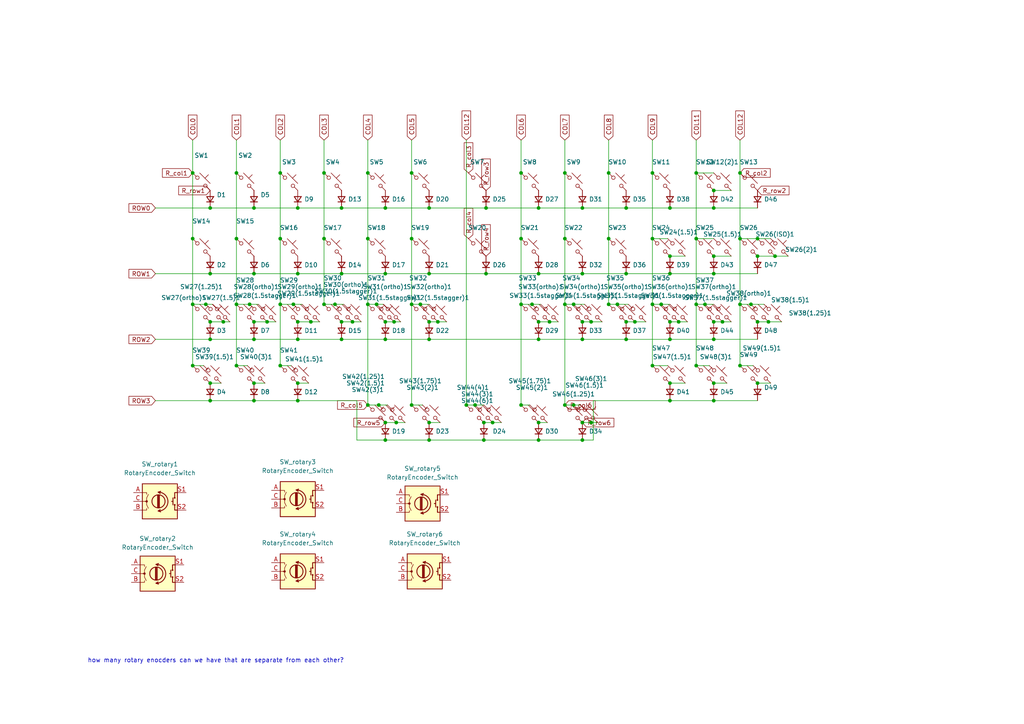
<source format=kicad_sch>
(kicad_sch (version 20211123) (generator eeschema)
  (paper "A4")
  (junction (at 59.69 88.265))
  (junction (at 111.76 60.325))
  (junction (at 156.21 60.325))
  (junction (at 214.63 106.045))
  (junction (at 219.71 74.295))
  (junction (at 168.91 127.635))
  (junction (at 201.93 50.165))
  (junction (at 121.92 88.265))
  (junction (at 194.31 98.425))
  (junction (at 214.63 88.265))
  (junction (at 86.36 60.325))
  (junction (at 119.38 50.165))
  (junction (at 219.71 93.345))
  (junction (at 111.76 98.425))
  (junction (at 106.68 88.265))
  (junction (at 194.31 116.205))
  (junction (at 181.61 60.325))
  (junction (at 207.01 116.205))
  (junction (at 68.58 88.265))
  (junction (at 99.06 93.345))
  (junction (at 214.63 50.165))
  (junction (at 166.37 117.475))
  (junction (at 207.01 60.325))
  (junction (at 73.66 93.345))
  (junction (at 189.23 106.045))
  (junction (at 194.31 93.345))
  (junction (at 181.61 93.345))
  (junction (at 81.28 50.165))
  (junction (at 156.21 98.425))
  (junction (at 86.36 111.125))
  (junction (at 176.53 69.215))
  (junction (at 154.305 88.265))
  (junction (at 207.01 74.295))
  (junction (at 60.96 98.425))
  (junction (at 124.46 122.555))
  (junction (at 124.46 93.345))
  (junction (at 156.21 127.635))
  (junction (at 171.45 122.555))
  (junction (at 73.66 116.205))
  (junction (at 140.97 60.325))
  (junction (at 119.38 117.475))
  (junction (at 194.31 111.125))
  (junction (at 156.21 122.555))
  (junction (at 181.61 79.375))
  (junction (at 64.77 93.345))
  (junction (at 99.06 60.325))
  (junction (at 184.15 93.345))
  (junction (at 151.13 50.165))
  (junction (at 168.91 60.325))
  (junction (at 93.98 69.215))
  (junction (at 73.66 79.375))
  (junction (at 217.805 88.265))
  (junction (at 55.88 50.165))
  (junction (at 181.61 98.425))
  (junction (at 81.28 69.215))
  (junction (at 68.58 69.215))
  (junction (at 163.83 69.215))
  (junction (at 207.01 93.345))
  (junction (at 171.45 93.345))
  (junction (at 207.01 111.125))
  (junction (at 114.3 93.345))
  (junction (at 93.98 50.165))
  (junction (at 214.63 69.215))
  (junction (at 55.88 69.215))
  (junction (at 222.885 93.345))
  (junction (at 151.13 69.215))
  (junction (at 140.335 122.555))
  (junction (at 68.58 106.045))
  (junction (at 176.53 88.265))
  (junction (at 73.66 111.125))
  (junction (at 168.91 93.345))
  (junction (at 124.46 127.635))
  (junction (at 166.37 88.265))
  (junction (at 196.85 93.345))
  (junction (at 207.01 55.245))
  (junction (at 159.385 93.345))
  (junction (at 97.155 88.265))
  (junction (at 124.46 60.325))
  (junction (at 81.28 106.045))
  (junction (at 60.96 111.125))
  (junction (at 111.76 93.345))
  (junction (at 73.66 98.425))
  (junction (at 168.91 79.375))
  (junction (at 86.36 79.375))
  (junction (at 140.335 127.635))
  (junction (at 151.13 88.265))
  (junction (at 189.23 50.165))
  (junction (at 124.46 79.375))
  (junction (at 99.06 98.425))
  (junction (at 90.17 93.345))
  (junction (at 194.31 79.375))
  (junction (at 163.83 117.475))
  (junction (at 114.935 122.555))
  (junction (at 109.855 117.475))
  (junction (at 142.875 122.555))
  (junction (at 102.235 93.345))
  (junction (at 86.36 116.205))
  (junction (at 73.66 60.325))
  (junction (at 72.39 88.265))
  (junction (at 99.06 79.375))
  (junction (at 194.31 74.295))
  (junction (at 111.76 127.635))
  (junction (at 55.88 106.045))
  (junction (at 156.21 79.375))
  (junction (at 219.71 111.125))
  (junction (at 111.76 122.555))
  (junction (at 201.93 88.265))
  (junction (at 106.68 117.475))
  (junction (at 140.97 79.375))
  (junction (at 163.83 88.265))
  (junction (at 207.01 98.425))
  (junction (at 201.93 106.045))
  (junction (at 119.38 69.215))
  (junction (at 219.71 69.215))
  (junction (at 189.23 88.265))
  (junction (at 86.36 93.345))
  (junction (at 119.38 88.265))
  (junction (at 179.07 88.265))
  (junction (at 106.68 50.165))
  (junction (at 194.31 60.325))
  (junction (at 60.96 93.345))
  (junction (at 124.46 98.425))
  (junction (at 209.55 93.345))
  (junction (at 55.88 88.265))
  (junction (at 68.58 50.165))
  (junction (at 189.23 69.215))
  (junction (at 60.96 79.375))
  (junction (at 137.795 117.475))
  (junction (at 204.47 88.265))
  (junction (at 224.79 74.295))
  (junction (at 93.98 88.265))
  (junction (at 163.83 50.165))
  (junction (at 168.91 98.425))
  (junction (at 106.68 69.215))
  (junction (at 191.77 88.265))
  (junction (at 60.96 116.205))
  (junction (at 77.47 93.345))
  (junction (at 85.09 88.265))
  (junction (at 201.93 69.215))
  (junction (at 81.28 88.265))
  (junction (at 168.91 122.555))
  (junction (at 151.13 117.475))
  (junction (at 135.255 117.475))
  (junction (at 111.76 79.375))
  (junction (at 176.53 50.165))
  (junction (at 156.21 93.345))
  (junction (at 127 93.345))
  (junction (at 60.96 60.325))
  (junction (at 207.01 79.375))
  (junction (at 109.22 88.265))
  (junction (at 86.36 98.425))
  (wire (pts (xy 181.61 60.325) (xy 194.31 60.325)))
  (wire (pts (xy 214.63 69.215) (xy 214.63 50.165)))
  (wire (pts (xy 194.31 79.375) (xy 181.61 79.375)))
  (wire (pts (xy 72.39 88.265) (xy 74.93 88.265)))
  (wire (pts (xy 68.58 69.215) (xy 68.58 88.265)))
  (wire (pts (xy 73.66 98.425) (xy 60.96 98.425)))
  (wire (pts (xy 196.85 93.345) (xy 194.31 93.345)))
  (wire (pts (xy 168.275 117.475) (xy 166.37 117.475)))
  (wire (pts (xy 156.845 88.265) (xy 154.305 88.265)))
  (wire (pts (xy 81.28 69.215) (xy 81.28 88.265)))
  (wire (pts (xy 193.675 106.045) (xy 189.23 106.045)))
  (wire (pts (xy 187.325 93.345) (xy 184.15 93.345)))
  (wire (pts (xy 111.125 88.265) (xy 109.22 88.265)))
  (wire (pts (xy 166.37 117.475) (xy 163.83 117.475)))
  (wire (pts (xy 184.15 93.345) (xy 181.61 93.345)))
  (wire (pts (xy 214.63 50.165) (xy 214.63 40.64)))
  (wire (pts (xy 99.695 88.265) (xy 97.155 88.265)))
  (wire (pts (xy 116.205 93.345) (xy 114.3 93.345)))
  (wire (pts (xy 163.83 88.265) (xy 163.83 69.215)))
  (wire (pts (xy 151.13 88.265) (xy 151.13 69.215)))
  (wire (pts (xy 168.91 122.555) (xy 171.45 122.555)))
  (wire (pts (xy 77.47 93.345) (xy 73.66 93.345)))
  (wire (pts (xy 166.37 88.265) (xy 163.83 88.265)))
  (wire (pts (xy 207.01 79.375) (xy 194.31 79.375)))
  (wire (pts (xy 124.46 127.635) (xy 140.335 127.635)))
  (wire (pts (xy 176.53 88.265) (xy 176.53 69.215)))
  (wire (pts (xy 71.755 106.045) (xy 68.58 106.045)))
  (wire (pts (xy 68.58 40.64) (xy 68.58 50.165)))
  (wire (pts (xy 137.795 117.475) (xy 135.255 117.475)))
  (wire (pts (xy 201.93 88.265) (xy 201.93 69.215)))
  (wire (pts (xy 169.545 88.265) (xy 166.37 88.265)))
  (wire (pts (xy 168.91 60.325) (xy 181.61 60.325)))
  (wire (pts (xy 207.01 60.325) (xy 219.71 60.325)))
  (wire (pts (xy 59.055 106.045) (xy 55.88 106.045)))
  (wire (pts (xy 207.01 116.205) (xy 219.71 116.205)))
  (wire (pts (xy 73.66 116.205) (xy 86.36 116.205)))
  (wire (pts (xy 140.335 117.475) (xy 137.795 117.475)))
  (wire (pts (xy 106.68 50.165) (xy 106.68 40.64)))
  (wire (pts (xy 111.76 127.635) (xy 124.46 127.635)))
  (wire (pts (xy 209.55 93.345) (xy 207.01 93.345)))
  (wire (pts (xy 61.595 88.265) (xy 59.69 88.265)))
  (wire (pts (xy 228.6 74.295) (xy 224.79 74.295)))
  (wire (pts (xy 207.01 88.265) (xy 204.47 88.265)))
  (wire (pts (xy 109.855 117.475) (xy 106.68 117.475)))
  (wire (pts (xy 106.68 88.265) (xy 106.68 69.215)))
  (wire (pts (xy 168.91 98.425) (xy 156.21 98.425)))
  (wire (pts (xy 89.535 111.125) (xy 86.36 111.125)))
  (wire (pts (xy 194.31 98.425) (xy 181.61 98.425)))
  (wire (pts (xy 117.475 122.555) (xy 114.935 122.555)))
  (wire (pts (xy 198.755 74.295) (xy 194.31 74.295)))
  (wire (pts (xy 151.13 117.475) (xy 151.13 88.265)))
  (wire (pts (xy 204.47 88.265) (xy 201.93 88.265)))
  (wire (pts (xy 93.98 50.165) (xy 93.98 40.64)))
  (wire (pts (xy 156.21 127.635) (xy 168.91 127.635)))
  (wire (pts (xy 66.675 93.345) (xy 64.77 93.345)))
  (wire (pts (xy 90.17 93.345) (xy 86.36 93.345)))
  (wire (pts (xy 127.635 122.555) (xy 124.46 122.555)))
  (wire (pts (xy 114.3 93.345) (xy 111.76 93.345)))
  (wire (pts (xy 84.455 106.045) (xy 81.28 106.045)))
  (wire (pts (xy 163.83 50.165) (xy 163.83 40.64)))
  (wire (pts (xy 214.63 106.045) (xy 218.44 106.045)))
  (wire (pts (xy 102.235 93.345) (xy 99.06 93.345)))
  (wire (pts (xy 222.885 93.345) (xy 219.71 93.345)))
  (wire (pts (xy 111.76 98.425) (xy 99.06 98.425)))
  (wire (pts (xy 59.69 88.265) (xy 55.88 88.265)))
  (wire (pts (xy 99.06 98.425) (xy 86.36 98.425)))
  (wire (pts (xy 86.36 116.205) (xy 103.505 116.205)))
  (wire (pts (xy 45.085 60.325) (xy 60.96 60.325)))
  (wire (pts (xy 86.36 60.325) (xy 99.06 60.325)))
  (wire (pts (xy 163.83 117.475) (xy 163.83 88.265)))
  (wire (pts (xy 135.255 40.64) (xy 135.255 117.475)))
  (wire (pts (xy 189.23 106.045) (xy 189.23 88.265)))
  (wire (pts (xy 194.31 60.325) (xy 207.01 60.325)))
  (wire (pts (xy 158.75 122.555) (xy 156.21 122.555)))
  (wire (pts (xy 106.68 117.475) (xy 106.68 88.265)))
  (wire (pts (xy 212.09 74.295) (xy 207.01 74.295)))
  (wire (pts (xy 119.38 50.165) (xy 119.38 69.215)))
  (wire (pts (xy 103.505 127.635) (xy 111.76 127.635)))
  (wire (pts (xy 60.96 79.375) (xy 45.085 79.375)))
  (wire (pts (xy 226.695 93.345) (xy 222.885 93.345)))
  (wire (pts (xy 64.135 111.125) (xy 60.96 111.125)))
  (wire (pts (xy 140.97 60.325) (xy 156.21 60.325)))
  (wire (pts (xy 64.77 93.345) (xy 60.96 93.345)))
  (wire (pts (xy 93.98 88.265) (xy 93.98 69.215)))
  (wire (pts (xy 151.13 69.215) (xy 151.13 50.165)))
  (wire (pts (xy 223.52 111.125) (xy 219.71 111.125)))
  (wire (pts (xy 189.23 50.165) (xy 189.23 40.64)))
  (wire (pts (xy 122.555 117.475) (xy 119.38 117.475)))
  (wire (pts (xy 55.88 88.265) (xy 55.88 106.045)))
  (wire (pts (xy 111.76 60.325) (xy 124.46 60.325)))
  (wire (pts (xy 207.01 50.165) (xy 201.93 50.165)))
  (wire (pts (xy 111.76 79.375) (xy 99.06 79.375)))
  (wire (pts (xy 181.61 98.425) (xy 168.91 98.425)))
  (wire (pts (xy 77.47 93.345) (xy 80.01 93.345)))
  (wire (pts (xy 97.155 88.265) (xy 93.98 88.265)))
  (wire (pts (xy 114.935 122.555) (xy 111.76 122.555)))
  (wire (pts (xy 86.36 98.425) (xy 73.66 98.425)))
  (wire (pts (xy 145.415 122.555) (xy 142.875 122.555)))
  (wire (pts (xy 124.46 60.325) (xy 140.97 60.325)))
  (wire (pts (xy 189.23 88.265) (xy 189.23 69.215)))
  (wire (pts (xy 176.53 50.165) (xy 176.53 40.64)))
  (wire (pts (xy 223.52 69.215) (xy 219.71 69.215)))
  (wire (pts (xy 129.54 93.345) (xy 127 93.345)))
  (wire (pts (xy 199.39 93.345) (xy 196.85 93.345)))
  (wire (pts (xy 81.28 40.64) (xy 81.28 50.165)))
  (wire (pts (xy 154.305 88.265) (xy 151.13 88.265)))
  (wire (pts (xy 179.07 88.265) (xy 176.53 88.265)))
  (wire (pts (xy 60.96 60.325) (xy 73.66 60.325)))
  (wire (pts (xy 194.31 88.265) (xy 191.77 88.265)))
  (wire (pts (xy 92.71 93.345) (xy 90.17 93.345)))
  (wire (pts (xy 99.06 60.325) (xy 111.76 60.325)))
  (wire (pts (xy 194.31 116.205) (xy 172.085 116.205)))
  (wire (pts (xy 176.53 69.215) (xy 176.53 50.165)))
  (wire (pts (xy 219.71 69.215) (xy 214.63 69.215)))
  (wire (pts (xy 124.46 98.425) (xy 111.76 98.425)))
  (wire (pts (xy 60.96 116.205) (xy 73.66 116.205)))
  (wire (pts (xy 212.09 55.245) (xy 207.01 55.245)))
  (wire (pts (xy 168.91 79.375) (xy 156.21 79.375)))
  (wire (pts (xy 193.675 69.215) (xy 189.23 69.215)))
  (wire (pts (xy 201.93 50.165) (xy 201.93 40.64)))
  (wire (pts (xy 45.085 116.205) (xy 60.96 116.205)))
  (wire (pts (xy 87.63 88.265) (xy 85.09 88.265)))
  (wire (pts (xy 127 93.345) (xy 124.46 93.345)))
  (wire (pts (xy 161.925 93.345) (xy 159.385 93.345)))
  (wire (pts (xy 153.67 117.475) (xy 151.13 117.475)))
  (wire (pts (xy 151.13 50.165) (xy 151.13 40.64)))
  (wire (pts (xy 172.085 116.205) (xy 172.085 127.635)))
  (wire (pts (xy 156.21 60.325) (xy 168.91 60.325)))
  (wire (pts (xy 109.22 88.265) (xy 106.68 88.265)))
  (wire (pts (xy 121.92 88.265) (xy 119.38 88.265)))
  (wire (pts (xy 140.97 79.375) (xy 124.46 79.375)))
  (wire (pts (xy 174.625 93.345) (xy 171.45 93.345)))
  (wire (pts (xy 72.39 88.265) (xy 68.58 88.265)))
  (wire (pts (xy 85.09 88.265) (xy 81.28 88.265)))
  (wire (pts (xy 68.58 88.265) (xy 68.58 106.045)))
  (wire (pts (xy 198.755 111.125) (xy 194.31 111.125)))
  (wire (pts (xy 207.01 69.215) (xy 201.93 69.215)))
  (wire (pts (xy 60.96 98.425) (xy 45.085 98.425)))
  (wire (pts (xy 124.46 79.375) (xy 111.76 79.375)))
  (wire (pts (xy 81.28 50.165) (xy 81.28 69.215)))
  (wire (pts (xy 73.66 60.325) (xy 86.36 60.325)))
  (wire (pts (xy 181.61 79.375) (xy 168.91 79.375)))
  (wire (pts (xy 171.45 122.555) (xy 173.355 122.555)))
  (wire (pts (xy 201.93 106.045) (xy 201.93 88.265)))
  (wire (pts (xy 191.77 88.265) (xy 189.23 88.265)))
  (wire (pts (xy 119.38 69.215) (xy 119.38 88.265)))
  (wire (pts (xy 201.93 69.215) (xy 201.93 50.165)))
  (wire (pts (xy 172.085 127.635) (xy 168.91 127.635)))
  (wire (pts (xy 55.88 69.215) (xy 55.88 88.265)))
  (wire (pts (xy 210.82 111.125) (xy 207.01 111.125)))
  (wire (pts (xy 217.805 88.265) (xy 214.63 88.265)))
  (wire (pts (xy 106.68 69.215) (xy 106.68 50.165)))
  (wire (pts (xy 68.58 50.165) (xy 68.58 69.215)))
  (wire (pts (xy 219.71 79.375) (xy 207.01 79.375)))
  (wire (pts (xy 112.395 117.475) (xy 109.855 117.475)))
  (wire (pts (xy 194.31 116.205) (xy 207.01 116.205)))
  (wire (pts (xy 182.245 88.265) (xy 179.07 88.265)))
  (wire (pts (xy 159.385 93.345) (xy 156.21 93.345)))
  (wire (pts (xy 171.45 93.345) (xy 168.91 93.345)))
  (wire (pts (xy 142.875 122.555) (xy 140.335 122.555)))
  (wire (pts (xy 224.79 74.295) (xy 219.71 74.295)))
  (wire (pts (xy 212.09 93.345) (xy 209.55 93.345)))
  (wire (pts (xy 73.66 79.375) (xy 60.96 79.375)))
  (wire (pts (xy 99.06 79.375) (xy 86.36 79.375)))
  (wire (pts (xy 103.505 116.205) (xy 103.505 127.635)))
  (wire (pts (xy 207.01 98.425) (xy 194.31 98.425)))
  (wire (pts (xy 214.63 88.265) (xy 214.63 69.215)))
  (wire (pts (xy 76.835 111.125) (xy 73.66 111.125)))
  (wire (pts (xy 156.21 98.425) (xy 124.46 98.425)))
  (wire (pts (xy 93.98 69.215) (xy 93.98 50.165)))
  (wire (pts (xy 214.63 106.045) (xy 214.63 88.265)))
  (wire (pts (xy 81.28 88.265) (xy 81.28 106.045)))
  (wire (pts (xy 86.36 79.375) (xy 73.66 79.375)))
  (wire (pts (xy 104.775 93.345) (xy 102.235 93.345)))
  (wire (pts (xy 221.615 88.265) (xy 217.805 88.265)))
  (wire (pts (xy 163.83 69.215) (xy 163.83 50.165)))
  (wire (pts (xy 124.46 88.265) (xy 121.92 88.265)))
  (wire (pts (xy 219.71 98.425) (xy 207.01 98.425)))
  (wire (pts (xy 189.23 69.215) (xy 189.23 50.165)))
  (wire (pts (xy 156.21 79.375) (xy 140.97 79.375)))
  (wire (pts (xy 55.88 40.64) (xy 55.88 50.165)))
  (wire (pts (xy 119.38 88.265) (xy 119.38 117.475)))
  (wire (pts (xy 55.88 50.165) (xy 55.88 69.215)))
  (wire (pts (xy 140.335 127.635) (xy 156.21 127.635)))
  (wire (pts (xy 205.74 106.045) (xy 201.93 106.045)))
  (wire (pts (xy 119.38 40.64) (xy 119.38 50.165)))
  (text "how many rotary enocders can we have that are separate from each other?\n" (at 25.4 192.405 0) (effects (font (size 1.27 1.27)) (justify left bottom)))
  (global_label "COL12" (shape input) (at 214.63 40.64 90) (property "Intersheet References" "${INTERSHEET_REFS}" (effects hide)))
  (global_label "COL11" (shape input) (at 201.93 40.64 90) (property "Intersheet References" "${INTERSHEET_REFS}" (effects hide)))
  (global_label "R_row1" (shape input) (at 60.96 55.245 180) (property "Intersheet References" "${INTERSHEET_REFS}" (effects hide)))
  (global_label "R_col4" (shape input) (at 135.89 69.215 90) (property "Intersheet References" "${INTERSHEET_REFS}" (effects hide)))
  (global_label "COL4" (shape input) (at 106.68 40.64 90) (property "Intersheet References" "${INTERSHEET_REFS}" (effects hide)))
  (global_label "COL2" (shape input) (at 81.28 40.64 90) (property "Intersheet References" "${INTERSHEET_REFS}" (effects hide)))
  (global_label "COL8" (shape input) (at 176.53 40.64 90) (property "Intersheet References" "${INTERSHEET_REFS}" (effects hide)))
  (global_label "COL9" (shape input) (at 189.23 40.64 90) (property "Intersheet References" "${INTERSHEET_REFS}" (effects hide)))
  (global_label "COL7" (shape input) (at 163.83 40.64 90) (property "Intersheet References" "${INTERSHEET_REFS}" (effects hide)))
  (global_label "R_col2" (shape input) (at 214.63 50.165 0) (property "Intersheet References" "${INTERSHEET_REFS}" (effects hide)))
  (global_label "COL5" (shape input) (at 119.38 40.64 90) (property "Intersheet References" "${INTERSHEET_REFS}" (effects hide)))
  (global_label "COL12" (shape input) (at 135.255 40.64 90) (property "Intersheet References" "${INTERSHEET_REFS}" (effects hide)))
  (global_label "R_row5" (shape input) (at 111.76 122.555 180) (property "Intersheet References" "${INTERSHEET_REFS}" (effects hide)))
  (global_label "COL1" (shape input) (at 68.58 40.64 90) (property "Intersheet References" "${INTERSHEET_REFS}" (effects hide)))
  (global_label "R_row3" (shape input) (at 140.97 55.245 90) (property "Intersheet References" "${INTERSHEET_REFS}" (effects hide)))
  (global_label "ROW2" (shape input) (at 45.085 98.425 180) (property "Intersheet References" "${INTERSHEET_REFS}" (effects hide)))
  (global_label "COL0" (shape input) (at 55.88 40.64 90) (property "Intersheet References" "${INTERSHEET_REFS}" (effects hide)))
  (global_label "R_row4" (shape input) (at 140.97 74.295 90) (property "Intersheet References" "${INTERSHEET_REFS}" (effects hide)))
  (global_label "COL3" (shape input) (at 93.98 40.64 90) (property "Intersheet References" "${INTERSHEET_REFS}" (effects hide)))
  (global_label "R_col1" (shape input) (at 55.88 50.165 180) (property "Intersheet References" "${INTERSHEET_REFS}" (effects hide)))
  (global_label "COL6" (shape input) (at 151.13 40.64 90) (property "Intersheet References" "${INTERSHEET_REFS}" (effects hide)))
  (global_label "R_row6" (shape input) (at 168.91 122.555 0) (property "Intersheet References" "${INTERSHEET_REFS}" (effects hide)))
  (global_label "ROW0" (shape input) (at 45.085 60.325 180) (property "Intersheet References" "${INTERSHEET_REFS}" (effects hide)))
  (global_label "R_col5" (shape input) (at 106.68 117.475 180) (property "Intersheet References" "${INTERSHEET_REFS}" (effects hide)))
  (global_label "R_col3" (shape input) (at 135.89 50.165 90) (property "Intersheet References" "${INTERSHEET_REFS}" (effects hide)))
  (global_label "ROW3" (shape input) (at 45.085 116.205 180) (property "Intersheet References" "${INTERSHEET_REFS}" (effects hide)))
  (global_label "ROW1" (shape input) (at 45.085 79.375 180) (property "Intersheet References" "${INTERSHEET_REFS}" (effects hide)))
  (global_label "R_row2" (shape input) (at 219.71 55.245 0) (property "Intersheet References" "${INTERSHEET_REFS}" (effects hide)))
  (global_label "R_col6" (shape input) (at 163.83 117.475 0) (property "Intersheet References" "${INTERSHEET_REFS}" (effects hide)))
  (symbol (lib_id "Device:D_Small") (at 156.21 95.885 90) (unit 1)
    (property "Reference" "D29" (at 158.115 95.8849 90) (effects (justify right)))
    (property "Value" "D_Small" (effects hide))
    (property "Footprint" "Diode_SMD:D_SOD-123F" (effects hide))
  )
  (symbol (lib_id "Device:D_Small") (at 181.61 57.785 90) (unit 1)
    (property "Reference" "D35" (at 183.515 57.7849 90) (effects (justify right)))
    (property "Value" "D_Small" (effects hide))
    (property "Footprint" "Diode_SMD:D_SOD-123F" (effects hide))
  )
  (symbol (lib_id "Switch:SW_Push_45deg") (at 179.07 71.755 0) (unit 1)
    (property "Reference" "SW23" (at 179.07 66.04 0))
    (property "Value" "SW_Push_45deg" (effects hide))
    (property "Footprint" "MX_Only:MXOnly-1U-NoLED" (effects hide))
  )
  (symbol (lib_name "SW_Push_45deg_1") (lib_id "Switch:SW_Push_45deg") (at 196.215 108.585 0) (unit 1)
    (property "Reference" "SW47(1.5)1" (at 194.945 103.505 0))
    (property "Value" "SW_Push_45deg" (effects hide))
    (property "Footprint" "MX_Only:MXOnly-1.5U-NoLED" (effects hide))
  )
  (symbol (lib_id "Switch:SW_Push_45deg") (at 196.215 71.755 0) (unit 1)
    (property "Reference" "SW24(1.5)1" (at 196.85 67.31 0))
    (property "Value" "SW_Push_45deg" (effects hide))
    (property "Footprint" "MX_Only:MXOnly-1.5U-NoLED" (effects hide))
  )
  (symbol (lib_id "Switch:SW_Push_45deg") (at 125.095 120.015 0) (unit 1)
    (property "Reference" "SW43(2)1" (at 122.555 112.395 0))
    (property "Value" "SW_Push_45deg" (effects hide))
    (property "Footprint" "MX_Only:MXOnly-2U-ReversedStabilizers-NoLED" (effects hide))
  )
  (symbol (lib_id "Switch:SW_Push_45deg") (at 109.22 90.805 0) (unit 1)
    (property "Reference" "SW31" (at 109.22 80.645 0))
    (property "Value" "SW_Push_45deg" (effects hide))
    (property "Footprint" "MX_Only:MXOnly-1U-NoLED" (effects hide))
  )
  (symbol (lib_id "Switch:SW_Push_45deg") (at 217.17 108.585 0) (unit 1)
    (property "Reference" "SW49" (at 217.17 102.87 0))
    (property "Value" "SW_Push_45deg" (effects hide))
    (property "Footprint" "MX_Only:MXOnly-1U-NoLED" (effects hide))
  )
  (symbol (lib_name "SW_Push_45deg_1") (lib_id "Switch:SW_Push_45deg") (at 61.595 108.585 0) (unit 1)
    (property "Reference" "SW39(1.5)1" (at 62.23 103.505 0))
    (property "Value" "SW_Push_45deg" (effects hide))
    (property "Footprint" "MX_Only:MXOnly-1.5U-NoLED" (effects hide))
  )
  (symbol (lib_id "Device:D_Small") (at 73.66 113.665 90) (unit 1)
    (property "Reference" "D8" (at 75.565 113.6649 90) (effects (justify right)))
    (property "Value" "D_Small" (effects hide))
    (property "Footprint" "Diode_SMD:D_SOD-123F" (effects hide))
  )
  (symbol (lib_id "Switch:SW_Push_45deg") (at 153.67 90.805 0) (unit 1)
    (property "Reference" "SW33" (at 153.035 80.645 0))
    (property "Value" "SW_Push_45deg" (effects hide))
    (property "Footprint" "MX_Only:MXOnly-1U-NoLED" (effects hide))
  )
  (symbol (lib_name "SW_Push_45deg_2") (lib_id "Switch:SW_Push_45deg") (at 113.665 90.805 0) (unit 1)
    (property "Reference" "SW31(1.5stagger)1" (at 113.03 86.36 0))
    (property "Value" "SW_Push_45deg" (effects hide))
    (property "Footprint" "MX_Only:MXOnly-1U-NoLED" (effects hide))
  )
  (symbol (lib_id "Device:D_Small") (at 124.46 57.785 90) (unit 1)
    (property "Reference" "D20" (at 126.365 57.7849 90) (effects (justify right)))
    (property "Value" "D_Small" (effects hide))
    (property "Footprint" "Diode_SMD:D_SOD-123F" (effects hide))
  )
  (symbol (lib_id "Device:D_Small") (at 194.31 76.835 90) (unit 1)
    (property "Reference" "D39" (at 196.215 76.8349 90) (effects (justify right)))
    (property "Value" "D_Small" (effects hide))
    (property "Footprint" "Diode_SMD:D_SOD-123F" (effects hide))
  )
  (symbol (lib_id "Device:D_Small") (at 181.61 95.885 90) (unit 1)
    (property "Reference" "D37" (at 183.515 95.8849 90) (effects (justify right)))
    (property "Value" "D_Small" (effects hide))
    (property "Footprint" "Diode_SMD:D_SOD-123F" (effects hide))
  )
  (symbol (lib_id "Switch:SW_Push_45deg") (at 209.55 52.705 0) (unit 1)
    (property "Reference" "SW12(2)1" (at 209.55 46.99 0))
    (property "Value" "SW_Push_45deg" (effects hide))
    (property "Footprint" "MX_Only:MXOnly-2U-NoLED" (effects hide))
  )
  (symbol (lib_id "Device:D_Small") (at 156.21 57.785 90) (unit 1)
    (property "Reference" "D27" (at 158.115 57.7849 90) (effects (justify right)))
    (property "Value" "D_Small" (effects hide))
    (property "Footprint" "Diode_SMD:D_SOD-123F" (effects hide))
  )
  (symbol (lib_id "Device:D_Small") (at 168.91 76.835 90) (unit 1)
    (property "Reference" "D32" (at 170.815 76.8349 90) (effects (justify right)))
    (property "Value" "D_Small" (effects hide))
    (property "Footprint" "Diode_SMD:D_SOD-123F" (effects hide))
  )
  (symbol (lib_id "Device:D_Small") (at 168.91 125.095 90) (unit 1)
    (property "Reference" "D34" (at 170.815 125.0949 90) (effects (justify right)))
    (property "Value" "D_Small" (effects hide))
    (property "Footprint" "Diode_SMD:D_SOD-123F" (effects hide))
  )
  (symbol (lib_id "Switch:SW_Push_45deg") (at 166.37 120.015 0) (unit 1)
    (property "Reference" "SW46(1.25)1" (at 166.37 114.3 0))
    (property "Value" "SW_Push_45deg" (effects hide))
    (property "Footprint" "MX_Only:MXOnly-1.25U-NoLED" (effects hide))
  )
  (symbol (lib_id "Device:D_Small") (at 73.66 76.835 90) (unit 1)
    (property "Reference" "D6" (at 75.565 76.8349 90) (effects (justify right)))
    (property "Value" "D_Small" (effects hide))
    (property "Footprint" "Diode_SMD:D_SOD-123F" (effects hide))
  )
  (symbol (lib_id "Switch:SW_Push_45deg") (at 121.92 52.705 0) (unit 1)
    (property "Reference" "SW6" (at 121.92 46.99 0))
    (property "Value" "SW_Push_45deg" (effects hide))
    (property "Footprint" "MX_Only:MXOnly-1U-NoLED" (effects hide))
  )
  (symbol (lib_name "SW_Push_45deg_2") (lib_id "Switch:SW_Push_45deg") (at 71.12 90.805 0) (unit 1)
    (property "Reference" "SW28" (at 71.12 81.28 0))
    (property "Value" "SW_Push_45deg" (effects hide))
    (property "Footprint" "MX_Only:MXOnly-1U-NoLED" (effects hide))
  )
  (symbol (lib_id "Switch:SW_Push_45deg") (at 83.82 108.585 0) (unit 1)
    (property "Reference" "SW41" (at 83.82 101.6 0))
    (property "Value" "SW_Push_45deg" (effects hide))
    (property "Footprint" "MX_Only:MXOnly-1U-NoLED" (effects hide))
  )
  (symbol (lib_name "SW_Push_45deg_1") (lib_id "Switch:SW_Push_45deg") (at 208.28 108.585 0) (unit 1)
    (property "Reference" "SW48(3)1" (at 207.645 103.505 0))
    (property "Value" "SW_Push_45deg" (effects hide))
    (property "Footprint" "MX_Only:MXOnly-3U-ReversedStabilizers-NoLED" (effects hide))
  )
  (symbol (lib_name "SW_Push_45deg_1") (lib_id "Switch:SW_Push_45deg") (at 62.23 90.805 0) (unit 1)
    (property "Reference" "SW27(1.25)1" (at 58.42 83.185 0))
    (property "Value" "SW_Push_45deg" (effects hide))
    (property "Footprint" "MX_Only:MXOnly-1.25U-NoLED" (effects hide))
  )
  (symbol (lib_id "Switch:SW_Push_45deg") (at 153.67 71.755 0) (unit 1)
    (property "Reference" "SW21" (at 153.67 66.04 0))
    (property "Value" "SW_Push_45deg" (effects hide))
    (property "Footprint" "MX_Only:MXOnly-1U-NoLED" (effects hide))
  )
  (symbol (lib_id "Device:D_Small") (at 207.01 113.665 90) (unit 1)
    (property "Reference" "D45" (at 208.915 113.6649 90) (effects (justify right)))
    (property "Value" "D_Small" (effects hide))
    (property "Footprint" "Diode_SMD:D_SOD-123F" (effects hide))
  )
  (symbol (lib_id "Device:D_Small") (at 86.36 76.835 90) (unit 1)
    (property "Reference" "D10" (at 88.265 76.8349 90) (effects (justify right)))
    (property "Value" "D_Small" (effects hide))
    (property "Footprint" "Diode_SMD:D_SOD-123F" (effects hide))
  )
  (symbol (lib_name "SW_Push_45deg_1") (lib_id "Switch:SW_Push_45deg") (at 58.42 90.805 0) (unit 1)
    (property "Reference" "SW27(ortho)1" (at 53.34 86.36 0))
    (property "Value" "SW_Push_45deg" (effects hide))
    (property "Footprint" "MX_Only:MXOnly-1U-NoLED" (effects hide))
  )
  (symbol (lib_id "Switch:SW_Push_45deg") (at 138.43 52.705 0) (unit 1)
    (property "Reference" "SW7" (at 138.43 46.99 0))
    (property "Value" "SW_Push_45deg" (effects hide))
    (property "Footprint" "MX_Only:MXOnly-1U-NoLED" (effects hide))
  )
  (symbol (lib_name "SW_Push_45deg_2") (lib_id "Switch:SW_Push_45deg") (at 209.55 90.805 0) (unit 1)
    (property "Reference" "SW37(1.5stagger)1" (at 207.645 86.36 0))
    (property "Value" "SW_Push_45deg" (effects hide))
    (property "Footprint" "MX_Only:MXOnly-1U-NoLED" (effects hide))
  )
  (symbol (lib_id "Switch:SW_Push_45deg") (at 220.345 90.805 0) (unit 1)
    (property "Reference" "SW38(1.5)1" (at 229.235 86.995 0))
    (property "Value" "SW_Push_45deg" (effects hide))
    (property "Footprint" "MX_Only:MXOnly-1.5U-NoLED" (effects hide))
  )
  (symbol (lib_id "Device:D_Small") (at 99.06 76.835 90) (unit 1)
    (property "Reference" "D14" (at 100.965 76.8349 90) (effects (justify right)))
    (property "Value" "D_Small" (effects hide))
    (property "Footprint" "Diode_SMD:D_SOD-123F" (effects hide))
  )
  (symbol (lib_id "Device:D_Small") (at 60.96 57.785 90) (unit 1)
    (property "Reference" "D1" (at 62.865 56.5149 90) (effects (justify right)))
    (property "Value" "D_Small" (effects hide))
    (property "Footprint" "Diode_SMD:D_SOD-123F" (effects hide))
  )
  (symbol (lib_name "SW_Push_45deg_2") (lib_id "Switch:SW_Push_45deg") (at 71.12 71.755 0) (unit 1)
    (property "Reference" "SW15" (at 71.12 64.135 0))
    (property "Value" "SW_Push_45deg" (effects hide))
    (property "Footprint" "MX_Only:MXOnly-1U-NoLED" (effects hide))
  )
  (symbol (lib_id "Switch:SW_Push_45deg") (at 121.92 71.755 0) (unit 1)
    (property "Reference" "SW19" (at 121.92 66.04 0))
    (property "Value" "SW_Push_45deg" (effects hide))
    (property "Footprint" "MX_Only:MXOnly-1U-NoLED" (effects hide))
  )
  (symbol (lib_id "Device:D_Small") (at 111.76 76.835 90) (unit 1)
    (property "Reference" "D17" (at 113.665 76.8349 90) (effects (justify right)))
    (property "Value" "D_Small" (effects hide))
    (property "Footprint" "Diode_SMD:D_SOD-123F" (effects hide))
  )
  (symbol (lib_name "SW_Push_45deg_2") (lib_id "Switch:SW_Push_45deg") (at 127 90.805 0) (unit 1)
    (property "Reference" "SW32(1.5stagger)1" (at 127 86.36 0))
    (property "Value" "SW_Push_45deg" (effects hide))
    (property "Footprint" "MX_Only:MXOnly-1U-NoLED" (effects hide))
  )
  (symbol (lib_id "Device:D_Small") (at 124.46 125.095 90) (unit 1)
    (property "Reference" "D23" (at 126.365 125.0949 90) (effects (justify right)))
    (property "Value" "D_Small" (effects hide))
    (property "Footprint" "Diode_SMD:D_SOD-123F" (effects hide))
  )
  (symbol (lib_id "Device:D_Small") (at 86.36 95.885 90) (unit 1)
    (property "Reference" "D11" (at 88.265 95.8849 90) (effects (justify right)))
    (property "Value" "D_Small" (effects hide))
    (property "Footprint" "Diode_SMD:D_SOD-123F" (effects hide))
  )
  (symbol (lib_id "Switch:SW_Push_45deg") (at 114.935 120.015 0) (unit 1)
    (property "Reference" "SW42(3)1" (at 106.68 113.03 0))
    (property "Value" "SW_Push_45deg" (effects hide))
    (property "Footprint" "MX_Only:MXOnly-3U-ReversedStabilizers-NoLED" (effects hide))
  )
  (symbol (lib_id "Switch:SW_Push_45deg") (at 217.17 71.755 0) (unit 1)
    (property "Reference" "SW26" (at 217.17 66.04 0))
    (property "Value" "SW_Push_45deg" (effects hide))
    (property "Footprint" "MX_Only:MXOnly-1U-NoLED" (effects hide))
  )
  (symbol (lib_id "Switch:SW_Push_45deg") (at 109.22 71.755 0) (unit 1)
    (property "Reference" "SW18" (at 109.22 66.04 0))
    (property "Value" "SW_Push_45deg" (effects hide))
    (property "Footprint" "MX_Only:MXOnly-1U-NoLED" (effects hide))
  )
  (symbol (lib_id "Device:D_Small") (at 156.21 125.095 90) (unit 1)
    (property "Reference" "D30" (at 158.115 125.0949 90) (effects (justify right)))
    (property "Value" "D_Small" (effects hide))
    (property "Footprint" "Diode_SMD:D_SOD-123F" (effects hide))
  )
  (symbol (lib_id "Switch:SW_Push_45deg") (at 153.67 52.705 0) (unit 1)
    (property "Reference" "SW8" (at 153.67 46.99 0))
    (property "Value" "SW_Push_45deg" (effects hide))
    (property "Footprint" "MX_Only:MXOnly-1U-NoLED" (effects hide))
  )
  (symbol (lib_id "Switch:SW_Push_45deg") (at 83.82 90.805 0) (unit 1)
    (property "Reference" "SW29" (at 83.82 81.28 0))
    (property "Value" "SW_Push_45deg" (effects hide))
    (property "Footprint" "MX_Only:MXOnly-1U-NoLED" (effects hide))
  )
  (symbol (lib_name "SW_Push_45deg_2") (lib_id "Switch:SW_Push_45deg") (at 204.47 108.585 0) (unit 1)
    (property "Reference" "SW48" (at 204.47 100.965 0))
    (property "Value" "SW_Push_45deg" (effects hide))
    (property "Footprint" "MX_Only:MXOnly-1U-NoLED" (effects hide))
  )
  (symbol (lib_name "SW_Push_45deg_2") (lib_id "Switch:SW_Push_45deg") (at 77.47 90.805 0) (unit 1)
    (property "Reference" "SW28(1.5stagger)1" (at 76.835 85.725 0))
    (property "Value" "SW_Push_45deg" (effects hide))
    (property "Footprint" "MX_Only:MXOnly-1U-NoLED" (effects hide))
  )
  (symbol (lib_id "Device:RotaryEncoder_Switch") (at 86.36 144.78 0) (unit 1)
    (property "Reference" "SW_rotary3" (at 86.36 133.985 0))
    (property "Value" "RotaryEncoder_Switch" (at 86.36 136.525 0))
    (property "Footprint" "Keebio-Parts:RotaryEncoder_EC11-no-legs" (effects hide))
  )
  (symbol (lib_id "Switch:SW_Push_45deg") (at 179.07 90.805 0) (unit 1)
    (property "Reference" "SW35" (at 178.435 80.645 0))
    (property "Value" "SW_Push_45deg" (effects hide))
    (property "Footprint" "MX_Only:MXOnly-1U-NoLED" (effects hide))
  )
  (symbol (lib_id "Switch:SW_Push_45deg") (at 168.91 120.015 0) (unit 1)
    (property "Reference" "SW46(1.5)1" (at 169.545 111.76 0))
    (property "Value" "SW_Push_45deg" (effects hide))
    (property "Footprint" "MX_Only:MXOnly-1.5U-NoLED" (effects hide))
  )
  (symbol (lib_id "Switch:SW_Push_45deg") (at 109.22 120.015 0) (unit 1)
    (property "Reference" "SW42(1.25)1" (at 105.41 109.22 0))
    (property "Value" "SW_Push_45deg" (effects hide))
    (property "Footprint" "MX_Only:MXOnly-1.25U-NoLED" (effects hide))
  )
  (symbol (lib_id "Switch:SW_Push_45deg") (at 109.22 52.705 0) (unit 1)
    (property "Reference" "SW5" (at 109.22 46.99 0))
    (property "Value" "SW_Push_45deg" (effects hide))
    (property "Footprint" "MX_Only:MXOnly-1U-NoLED" (effects hide))
  )
  (symbol (lib_id "Device:D_Small") (at 60.96 76.835 90) (unit 1)
    (property "Reference" "D2" (at 62.865 76.8349 90) (effects (justify right)))
    (property "Value" "D_Small" (effects hide))
    (property "Footprint" "Diode_SMD:D_SOD-123F" (effects hide))
  )
  (symbol (lib_id "Switch:SW_Push_45deg") (at 191.77 71.755 0) (unit 1)
    (property "Reference" "SW24" (at 191.77 66.04 0))
    (property "Value" "SW_Push_45deg" (effects hide))
    (property "Footprint" "MX_Only:MXOnly-1U-NoLED" (effects hide))
  )
  (symbol (lib_id "Switch:SW_Push_45deg") (at 166.37 52.705 0) (unit 1)
    (property "Reference" "SW9" (at 166.37 46.99 0))
    (property "Value" "SW_Push_45deg" (effects hide))
    (property "Footprint" "MX_Only:MXOnly-1U-NoLED" (effects hide))
  )
  (symbol (lib_id "Device:D_Small") (at 60.96 113.665 90) (unit 1)
    (property "Reference" "D4" (at 62.865 113.6649 90) (effects (justify right)))
    (property "Value" "D_Small" (effects hide))
    (property "Footprint" "Diode_SMD:D_SOD-123F" (effects hide))
  )
  (symbol (lib_id "Device:D_Small") (at 219.71 113.665 90) (unit 1)
    (property "Reference" "D49" (at 221.615 112.3949 90) (effects (justify right)))
    (property "Value" "D_Small" (effects hide))
    (property "Footprint" "Diode_SMD:D_SOD-123F" (effects hide))
  )
  (symbol (lib_name "SW_Push_45deg_1") (lib_id "Switch:SW_Push_45deg") (at 74.295 108.585 0) (unit 1)
    (property "Reference" "SW40(3)1" (at 74.295 103.505 0))
    (property "Value" "SW_Push_45deg" (effects hide))
    (property "Footprint" "MX_Only:MXOnly-3U-ReversedStabilizers-NoLED" (effects hide))
  )
  (symbol (lib_name "SW_Push_45deg_2") (lib_id "Switch:SW_Push_45deg") (at 99.695 90.805 0) (unit 1)
    (property "Reference" "SW30(ortho)1" (at 100.33 82.55 0))
    (property "Value" "SW_Push_45deg" (effects hide))
    (property "Footprint" "MX_Only:MXOnly-1U-NoLED" (effects hide))
  )
  (symbol (lib_name "SW_Push_45deg_2") (lib_id "Switch:SW_Push_45deg") (at 194.31 90.805 0) (unit 1)
    (property "Reference" "SW36(ortho)1" (at 194.31 83.185 0))
    (property "Value" "SW_Push_45deg" (effects hide))
    (property "Footprint" "MX_Only:MXOnly-1U-NoLED" (effects hide))
  )
  (symbol (lib_id "Device:D_Small") (at 86.36 57.785 90) (unit 1)
    (property "Reference" "D9" (at 88.265 57.7849 90) (effects (justify right)))
    (property "Value" "D_Small" (effects hide))
    (property "Footprint" "Diode_SMD:D_SOD-123F" (effects hide))
  )
  (symbol (lib_id "Device:D_Small") (at 194.31 113.665 90) (unit 1)
    (property "Reference" "D41" (at 196.215 113.6649 90) (effects (justify right)))
    (property "Value" "D_Small" (effects hide))
    (property "Footprint" "Diode_SMD:D_SOD-123F" (effects hide))
  )
  (symbol (lib_name "SW_Push_45deg_1") (lib_id "Switch:SW_Push_45deg") (at 58.42 52.705 0) (unit 1)
    (property "Reference" "SW1" (at 58.42 45.085 0))
    (property "Value" "SW_Push_45deg" (effects hide))
    (property "Footprint" "MX_Only:MXOnly-1U-NoLED" (effects hide))
  )
  (symbol (lib_id "Switch:SW_Push_45deg") (at 170.815 120.015 0) (unit 1)
    (property "Reference" "SW46(3)1" (at 171.45 109.855 0))
    (property "Value" "SW_Push_45deg" (effects hide))
    (property "Footprint" "MX_Only:MXOnly-3U-ReversedStabilizers-NoLED" (effects hide))
  )
  (symbol (lib_id "Switch:SW_Push_45deg") (at 166.37 71.755 0) (unit 1)
    (property "Reference" "SW22" (at 166.37 66.04 0))
    (property "Value" "SW_Push_45deg" (effects hide))
    (property "Footprint" "MX_Only:MXOnly-1U-NoLED" (effects hide))
  )
  (symbol (lib_name "SW_Push_45deg_2") (lib_id "Switch:SW_Push_45deg") (at 196.85 90.805 0) (unit 1)
    (property "Reference" "SW36(1.5stagger)1" (at 194.945 85.725 0))
    (property "Value" "SW_Push_45deg" (effects hide))
    (property "Footprint" "MX_Only:MXOnly-1U-NoLED" (effects hide))
  )
  (symbol (lib_id "Device:RotaryEncoder_Switch") (at 46.355 145.415 0) (unit 1)
    (property "Reference" "SW_rotary1" (at 46.355 134.62 0))
    (property "Value" "RotaryEncoder_Switch" (at 46.355 137.16 0))
    (property "Footprint" "Keebio-Parts:RotaryEncoder_EC11-no-legs" (effects hide))
  )
  (symbol (lib_name "SW_Push_45deg_2") (lib_id "Switch:SW_Push_45deg") (at 159.385 90.805 0) (unit 1)
    (property "Reference" "SW33(1.5stagger)1" (at 156.845 85.725 0))
    (property "Value" "SW_Push_45deg" (effects hide))
    (property "Footprint" "MX_Only:MXOnly-1U-NoLED" (effects hide))
  )
  (symbol (lib_id "Switch:SW_Push_45deg") (at 179.07 52.705 0) (unit 1)
    (property "Reference" "SW10" (at 179.07 46.99 0))
    (property "Value" "SW_Push_45deg" (effects hide))
    (property "Footprint" "MX_Only:MXOnly-1U-NoLED" (effects hide))
  )
  (symbol (lib_id "Device:D_Small") (at 86.36 113.665 90) (unit 1)
    (property "Reference" "D12" (at 88.265 113.6649 90) (effects (justify right)))
    (property "Value" "D_Small" (effects hide))
    (property "Footprint" "Diode_SMD:D_SOD-123F" (effects hide))
  )
  (symbol (lib_id "Switch:SW_Push_45deg") (at 83.82 52.705 0) (unit 1)
    (property "Reference" "SW3" (at 83.82 46.99 0))
    (property "Value" "SW_Push_45deg" (effects hide))
    (property "Footprint" "MX_Only:MXOnly-1U-NoLED" (effects hide))
  )
  (symbol (lib_name "SW_Push_45deg_2") (lib_id "Switch:SW_Push_45deg") (at 90.17 90.805 0) (unit 1)
    (property "Reference" "SW29(1.5stagger)1" (at 89.535 85.09 0))
    (property "Value" "SW_Push_45deg" (effects hide))
    (property "Footprint" "MX_Only:MXOnly-1U-NoLED" (effects hide))
  )
  (symbol (lib_id "Switch:SW_Push_45deg") (at 138.43 71.755 0) (unit 1)
    (property "Reference" "SW20" (at 138.43 66.04 0))
    (property "Value" "SW_Push_45deg" (effects hide))
    (property "Footprint" "MX_Only:MXOnly-1U-NoLED" (effects hide))
  )
  (symbol (lib_id "Switch:SW_Push_45deg") (at 96.52 52.705 0) (unit 1)
    (property "Reference" "SW4" (at 96.52 46.99 0))
    (property "Value" "SW_Push_45deg" (effects hide))
    (property "Footprint" "MX_Only:MXOnly-1U-NoLED" (effects hide))
  )
  (symbol (lib_id "Device:RotaryEncoder_Switch") (at 45.72 166.37 0) (unit 1)
    (property "Reference" "SW_rotary2" (at 45.72 156.21 0))
    (property "Value" "RotaryEncoder_Switch" (at 45.72 158.75 0))
    (property "Footprint" "Keebio-Parts:RotaryEncoder_EC11-no-legs" (effects hide))
  )
  (symbol (lib_id "Device:D_Small") (at 124.46 95.885 90) (unit 1)
    (property "Reference" "D22" (at 126.365 95.8849 90) (effects (justify right)))
    (property "Value" "D_Small" (effects hide))
    (property "Footprint" "Diode_SMD:D_SOD-123F" (effects hide))
  )
  (symbol (lib_id "Switch:SW_Push_45deg") (at 153.67 120.015 0) (unit 1)
    (property "Reference" "SW45(1.75)1" (at 153.67 110.49 0))
    (property "Value" "SW_Push_45deg" (effects hide))
    (property "Footprint" "MX_Only:MXOnly-1.75U-NoLED" (effects hide))
  )
  (symbol (lib_id "Device:D_Small") (at 219.71 57.785 90) (unit 1)
    (property "Reference" "D46" (at 221.615 57.7849 90) (effects (justify right)))
    (property "Value" "D_Small" (effects hide))
    (property "Footprint" "Diode_SMD:D_SOD-123F" (effects hide))
  )
  (symbol (lib_id "Device:D_Small") (at 111.76 95.885 90) (unit 1)
    (property "Reference" "D18" (at 113.665 95.8849 90) (effects (justify right)))
    (property "Value" "D_Small" (effects hide))
    (property "Footprint" "Diode_SMD:D_SOD-123F" (effects hide))
  )
  (symbol (lib_id "Switch:SW_Push_45deg") (at 224.155 90.805 0) (unit 1)
    (property "Reference" "SW38(1.25)1" (at 234.95 90.805 0))
    (property "Value" "SW_Push_45deg" (effects hide))
    (property "Footprint" "MX_Only:MXOnly-1.25U-NoLED" (effects hide))
  )
  (symbol (lib_id "Device:D_Small") (at 168.91 95.885 90) (unit 1)
    (property "Reference" "D33" (at 170.815 95.8849 90) (effects (justify right)))
    (property "Value" "D_Small" (effects hide))
    (property "Footprint" "Diode_SMD:D_SOD-123F" (effects hide))
  )
  (symbol (lib_id "Switch:SW_Push_45deg") (at 217.17 90.805 0) (unit 1)
    (property "Reference" "SW38(ortho)1" (at 217.17 85.09 0))
    (property "Value" "SW_Push_45deg" (effects hide))
    (property "Footprint" "MX_Only:MXOnly-1U-NoLED" (effects hide))
  )
  (symbol (lib_id "Switch:SW_Push_45deg") (at 156.21 120.015 0) (unit 1)
    (property "Reference" "SW45(2)1" (at 154.305 112.395 0))
    (property "Value" "SW_Push_45deg" (effects hide))
    (property "Footprint" "MX_Only:MXOnly-2U-ReversedStabilizers-NoLED" (effects hide))
  )
  (symbol (lib_id "Device:D_Small") (at 140.335 125.095 90) (unit 1)
    (property "Reference" "D24" (at 142.875 125.0949 90) (effects (justify right)))
    (property "Value" "D_Small" (effects hide))
    (property "Footprint" "Diode_SMD:D_SOD-123F" (effects hide))
  )
  (symbol (lib_id "Switch:SW_Push_45deg") (at 142.875 120.015 0) (unit 1)
    (property "Reference" "SW44(6)1" (at 138.43 116.205 0))
    (property "Value" "SW_Push_45deg" (effects hide))
    (property "Footprint" "MX_Only:MXOnly-6U-Centered-ReversedStabilizers-NoLED" (effects hide))
  )
  (symbol (lib_name "SW_Push_45deg_2") (lib_id "Switch:SW_Push_45deg") (at 184.785 90.805 0) (unit 1)
    (property "Reference" "SW35(1.5stagger)1" (at 182.245 85.725 0))
    (property "Value" "SW_Push_45deg" (effects hide))
    (property "Footprint" "MX_Only:MXOnly-1U-NoLED" (effects hide))
  )
  (symbol (lib_id "Switch:SW_Push_45deg") (at 204.47 90.805 0) (unit 1)
    (property "Reference" "SW37" (at 204.47 81.28 0))
    (property "Value" "SW_Push_45deg" (effects hide))
    (property "Footprint" "MX_Only:MXOnly-1U-NoLED" (effects hide))
  )
  (symbol (lib_name "SW_Push_45deg_2") (lib_id "Switch:SW_Push_45deg") (at 71.12 52.705 0) (unit 1)
    (property "Reference" "SW2" (at 71.12 45.085 0))
    (property "Value" "SW_Push_45deg" (effects hide))
    (property "Footprint" "MX_Only:MXOnly-1U-NoLED" (effects hide))
  )
  (symbol (lib_id "Device:D_Small") (at 60.96 95.885 90) (unit 1)
    (property "Reference" "D3" (at 62.865 95.8849 90) (effects (justify right)))
    (property "Value" "D_Small" (effects hide))
    (property "Footprint" "Diode_SMD:D_SOD-123F" (effects hide))
  )
  (symbol (lib_id "Switch:SW_Push_45deg") (at 191.77 52.705 0) (unit 1)
    (property "Reference" "SW11" (at 191.77 46.99 0))
    (property "Value" "SW_Push_45deg" (effects hide))
    (property "Footprint" "MX_Only:MXOnly-1U-NoLED" (effects hide))
  )
  (symbol (lib_id "Switch:SW_Push_45deg") (at 121.92 90.805 0) (unit 1)
    (property "Reference" "SW32" (at 121.285 80.645 0))
    (property "Value" "SW_Push_45deg" (effects hide))
    (property "Footprint" "MX_Only:MXOnly-1U-NoLED" (effects hide))
  )
  (symbol (lib_id "Switch:SW_Push_45deg") (at 166.37 90.805 0) (unit 1)
    (property "Reference" "SW34" (at 165.735 80.645 0))
    (property "Value" "SW_Push_45deg" (effects hide))
    (property "Footprint" "MX_Only:MXOnly-1U-NoLED" (effects hide))
  )
  (symbol (lib_name "SW_Push_45deg_2") (lib_id "Switch:SW_Push_45deg") (at 102.235 90.805 0) (unit 1)
    (property "Reference" "SW30(1.5stagger)1" (at 100.33 84.455 0))
    (property "Value" "SW_Push_45deg" (effects hide))
    (property "Footprint" "MX_Only:MXOnly-1U-NoLED" (effects hide))
  )
  (symbol (lib_id "Device:D_Small") (at 99.06 57.785 90) (unit 1)
    (property "Reference" "D13" (at 100.965 57.7849 90) (effects (justify right)))
    (property "Value" "D_Small" (effects hide))
    (property "Footprint" "Diode_SMD:D_SOD-123F" (effects hide))
  )
  (symbol (lib_name "SW_Push_45deg_2") (lib_id "Switch:SW_Push_45deg") (at 156.845 90.805 0) (unit 1)
    (property "Reference" "SW33(ortho)1" (at 156.845 83.185 0))
    (property "Value" "SW_Push_45deg" (effects hide))
    (property "Footprint" "MX_Only:MXOnly-1U-NoLED" (effects hide))
  )
  (symbol (lib_id "Switch:SW_Push_45deg") (at 226.06 71.755 0) (unit 1)
    (property "Reference" "SW26(2)1" (at 232.41 72.39 0))
    (property "Value" "SW_Push_45deg" (effects hide))
    (property "Footprint" "MX_Only:MXOnly-2U-NoLED" (effects hide))
  )
  (symbol (lib_id "Device:D_Small") (at 73.66 57.785 90) (unit 1)
    (property "Reference" "D5" (at 75.565 56.5149 90) (effects (justify right)))
    (property "Value" "D_Small" (effects hide))
    (property "Footprint" "Diode_SMD:D_SOD-123F" (effects hide))
  )
  (symbol (lib_id "Switch:SW_Push_45deg") (at 191.77 90.805 0) (unit 1)
    (property "Reference" "SW36" (at 191.77 80.645 0))
    (property "Value" "SW_Push_45deg" (effects hide))
    (property "Footprint" "MX_Only:MXOnly-1U-NoLED" (effects hide))
  )
  (symbol (lib_id "Switch:SW_Push_45deg") (at 121.92 120.015 0) (unit 1)
    (property "Reference" "SW43(1.75)1" (at 121.92 110.49 0))
    (property "Value" "SW_Push_45deg" (effects hide))
    (property "Footprint" "MX_Only:MXOnly-1.75U-NoLED" (effects hide))
  )
  (symbol (lib_id "Device:RotaryEncoder_Switch") (at 86.36 165.735 0) (unit 1)
    (property "Reference" "SW_rotary4" (at 86.36 154.94 0))
    (property "Value" "RotaryEncoder_Switch" (at 86.36 157.48 0))
    (property "Footprint" "Keebio-Parts:RotaryEncoder_EC11-no-legs" (effects hide))
  )
  (symbol (lib_id "Device:D_Small") (at 140.97 57.785 90) (unit 1)
    (property "Reference" "D25" (at 142.875 57.7849 90) (effects (justify right)))
    (property "Value" "D_Small" (effects hide))
    (property "Footprint" "Diode_SMD:D_SOD-123F" (effects hide))
  )
  (symbol (lib_id "Device:D_Small") (at 194.31 95.885 90) (unit 1)
    (property "Reference" "D40" (at 196.215 95.8849 90) (effects (justify right)))
    (property "Value" "D_Small" (effects hide))
    (property "Footprint" "Diode_SMD:D_SOD-123F" (effects hide))
  )
  (symbol (lib_name "SW_Push_45deg_1") (lib_id "Switch:SW_Push_45deg") (at 58.42 71.755 0) (unit 1)
    (property "Reference" "SW14" (at 58.42 64.135 0))
    (property "Value" "SW_Push_45deg" (effects hide))
    (property "Footprint" "MX_Only:MXOnly-1U-NoLED" (effects hide))
  )
  (symbol (lib_id "Device:D_Small") (at 219.71 95.885 90) (unit 1)
    (property "Reference" "D48" (at 221.615 95.8849 90) (effects (justify right)))
    (property "Value" "D_Small" (effects hide))
    (property "Footprint" "Diode_SMD:D_SOD-123F" (effects hide))
  )
  (symbol (lib_id "Switch:SW_Push_45deg") (at 222.25 71.755 0) (unit 1)
    (property "Reference" "SW26(ISO)1" (at 224.79 67.945 0))
    (property "Value" "SW_Push_45deg" (effects hide))
    (property "Footprint" "MX_Only:MXOnly-ISO-NoLED" (effects hide))
  )
  (symbol (lib_name "SW_Push_45deg_1") (lib_id "Switch:SW_Push_45deg") (at 86.995 108.585 0) (unit 1)
    (property "Reference" "SW41(1.5)1" (at 88.265 104.14 0))
    (property "Value" "SW_Push_45deg" (effects hide))
    (property "Footprint" "MX_Only:MXOnly-1.5U-NoLED" (effects hide))
  )
  (symbol (lib_id "Switch:SW_Push_45deg") (at 96.52 71.755 0) (unit 1)
    (property "Reference" "SW17" (at 96.52 66.04 0))
    (property "Value" "SW_Push_45deg" (effects hide))
    (property "Footprint" "MX_Only:MXOnly-1U-NoLED" (effects hide))
  )
  (symbol (lib_id "Device:D_Small") (at 73.66 95.885 90) (unit 1)
    (property "Reference" "D7" (at 75.565 95.8849 90) (effects (justify right)))
    (property "Value" "D_Small" (effects hide))
    (property "Footprint" "Diode_SMD:D_SOD-123F" (effects hide))
  )
  (symbol (lib_id "Device:D_Small") (at 156.21 76.835 90) (unit 1)
    (property "Reference" "D28" (at 158.115 76.8349 90) (effects (justify right)))
    (property "Value" "D_Small" (effects hide))
    (property "Footprint" "Diode_SMD:D_SOD-123F" (effects hide))
  )
  (symbol (lib_id "Switch:SW_Push_45deg") (at 112.395 120.015 0) (unit 1)
    (property "Reference" "SW42(1.5)1" (at 106.045 111.125 0))
    (property "Value" "SW_Push_45deg" (effects hide))
    (property "Footprint" "MX_Only:MXOnly-1.5U-NoLED" (effects hide))
  )
  (symbol (lib_id "Switch:SW_Push_45deg") (at 204.47 71.755 0) (unit 1)
    (property "Reference" "SW25" (at 204.47 66.04 0))
    (property "Value" "SW_Push_45deg" (effects hide))
    (property "Footprint" "MX_Only:MXOnly-1U-NoLED" (effects hide))
  )
  (symbol (lib_id "Switch:SW_Push_45deg") (at 217.17 52.705 0) (unit 1)
    (property "Reference" "SW13" (at 217.17 46.99 0))
    (property "Value" "SW_Push_45deg" (effects hide))
    (property "Footprint" "MX_Only:MXOnly-1U-NoLED" (effects hide))
  )
  (symbol (lib_id "Switch:SW_Push_45deg") (at 96.52 90.805 0) (unit 1)
    (property "Reference" "SW30" (at 96.52 80.645 0))
    (property "Value" "SW_Push_45deg" (effects hide))
    (property "Footprint" "MX_Only:MXOnly-1U-NoLED" (effects hide))
  )
  (symbol (lib_id "Device:D_Small") (at 207.01 95.885 90) (unit 1)
    (property "Reference" "D44" (at 208.915 95.8849 90) (effects (justify right)))
    (property "Value" "D_Small" (effects hide))
    (property "Footprint" "Diode_SMD:D_SOD-123F" (effects hide))
  )
  (symbol (lib_id "Device:D_Small") (at 181.61 76.835 90) (unit 1)
    (property "Reference" "D36" (at 183.515 76.8349 90) (effects (justify right)))
    (property "Value" "D_Small" (effects hide))
    (property "Footprint" "Diode_SMD:D_SOD-123F" (effects hide))
  )
  (symbol (lib_id "Switch:SW_Push_45deg") (at 204.47 52.705 0) (unit 1)
    (property "Reference" "SW12" (at 204.47 46.99 0))
    (property "Value" "SW_Push_45deg" (effects hide))
    (property "Footprint" "MX_Only:MXOnly-1U-NoLED" (effects hide))
  )
  (symbol (lib_name "SW_Push_45deg_2") (lib_id "Switch:SW_Push_45deg") (at 168.91 90.805 0) (unit 1)
    (property "Reference" "SW34(ortho)1" (at 168.91 83.185 0))
    (property "Value" "SW_Push_45deg" (effects hide))
    (property "Footprint" "MX_Only:MXOnly-1U-NoLED" (effects hide))
  )
  (symbol (lib_id "Device:D_Small") (at 194.31 57.785 90) (unit 1)
    (property "Reference" "D38" (at 196.215 57.7849 90) (effects (justify right)))
    (property "Value" "D_Small" (effects hide))
    (property "Footprint" "Diode_SMD:D_SOD-123F" (effects hide))
  )
  (symbol (lib_id "Device:RotaryEncoder_Switch") (at 123.19 165.735 0) (unit 1)
    (property "Reference" "SW_rotary6" (at 123.19 154.94 0))
    (property "Value" "RotaryEncoder_Switch" (at 123.19 157.48 0))
    (property "Footprint" "Keebio-Parts:RotaryEncoder_EC11-no-legs" (effects hide))
  )
  (symbol (lib_name "SW_Push_45deg_2") (lib_id "Switch:SW_Push_45deg") (at 74.93 90.805 0) (unit 1)
    (property "Reference" "SW28(ortho)1" (at 74.295 83.185 0))
    (property "Value" "SW_Push_45deg" (effects hide))
    (property "Footprint" "MX_Only:MXOnly-1U-NoLED" (effects hide))
  )
  (symbol (lib_name "SW_Push_45deg_2") (lib_id "Switch:SW_Push_45deg") (at 181.61 90.805 0) (unit 1)
    (property "Reference" "SW35(ortho)1" (at 181.61 83.185 0))
    (property "Value" "SW_Push_45deg" (effects hide))
    (property "Footprint" "MX_Only:MXOnly-1U-NoLED" (effects hide))
  )
  (symbol (lib_id "Device:D_Small") (at 111.76 125.095 90) (unit 1)
    (property "Reference" "D19" (at 113.665 125.0949 90) (effects (justify right)))
    (property "Value" "D_Small" (effects hide))
    (property "Footprint" "Diode_SMD:D_SOD-123F" (effects hide))
  )
  (symbol (lib_id "Device:D_Small") (at 207.01 57.785 90) (unit 1)
    (property "Reference" "D42" (at 208.915 57.7849 90) (effects (justify right)))
    (property "Value" "D_Small" (effects hide))
    (property "Footprint" "Diode_SMD:D_SOD-123F" (effects hide))
  )
  (symbol (lib_name "SW_Push_45deg_1") (lib_id "Switch:SW_Push_45deg") (at 58.42 108.585 0) (unit 1)
    (property "Reference" "SW39" (at 58.42 101.6 0))
    (property "Value" "SW_Push_45deg" (effects hide))
    (property "Footprint" "MX_Only:MXOnly-1U-NoLED" (effects hide))
  )
  (symbol (lib_name "SW_Push_45deg_2") (lib_id "Switch:SW_Push_45deg") (at 207.01 90.805 0) (unit 1)
    (property "Reference" "SW37(ortho)1" (at 207.01 83.185 0))
    (property "Value" "SW_Push_45deg" (effects hide))
    (property "Footprint" "MX_Only:MXOnly-1U-NoLED" (effects hide))
  )
  (symbol (lib_name "SW_Push_45deg_1") (lib_id "Switch:SW_Push_45deg") (at 191.77 108.585 0) (unit 1)
    (property "Reference" "SW47" (at 191.77 100.965 0))
    (property "Value" "SW_Push_45deg" (effects hide))
    (property "Footprint" "MX_Only:MXOnly-1U-NoLED" (effects hide))
  )
  (symbol (lib_name "SW_Push_45deg_2") (lib_id "Switch:SW_Push_45deg") (at 71.12 108.585 0) (unit 1)
    (property "Reference" "SW40" (at 71.12 101.6 0))
    (property "Value" "SW_Push_45deg" (effects hide))
    (property "Footprint" "MX_Only:MXOnly-1U-NoLED" (effects hide))
  )
  (symbol (lib_name "SW_Push_45deg_1") (lib_id "Switch:SW_Push_45deg") (at 220.98 108.585 0) (unit 1)
    (property "Reference" "SW49(1.5)1" (at 220.98 100.965 0))
    (property "Value" "SW_Push_45deg" (effects hide))
    (property "Footprint" "MX_Only:MXOnly-1.5U-NoLED" (effects hide))
  )
  (symbol (lib_id "Device:D_Small") (at 111.76 57.785 90) (unit 1)
    (property "Reference" "D16" (at 113.665 57.7849 90) (effects (justify right)))
    (property "Value" "D_Small" (effects hide))
    (property "Footprint" "Diode_SMD:D_SOD-123F" (effects hide))
  )
  (symbol (lib_name "SW_Push_45deg_2") (lib_id "Switch:SW_Push_45deg") (at 124.46 90.805 0) (unit 1)
    (property "Reference" "SW32(ortho)1" (at 124.46 83.185 0))
    (property "Value" "SW_Push_45deg" (effects hide))
    (property "Footprint" "MX_Only:MXOnly-1U-NoLED" (effects hide))
  )
  (symbol (lib_id "Device:D_Small") (at 168.91 57.785 90) (unit 1)
    (property "Reference" "D31" (at 170.815 57.7849 90) (effects (justify right)))
    (property "Value" "D_Small" (effects hide))
    (property "Footprint" "Diode_SMD:D_SOD-123F" (effects hide))
  )
  (symbol (lib_id "Switch:SW_Push_45deg") (at 140.335 120.015 0) (unit 1)
    (property "Reference" "SW44(3)1" (at 138.43 114.3 0))
    (property "Value" "SW_Push_45deg" (effects hide))
    (property "Footprint" "MX_Only:MXOnly-3U-ReversedStabilizers-NoLED" (effects hide))
  )
  (symbol (lib_id "Switch:SW_Push_45deg") (at 209.55 71.755 0) (unit 1)
    (property "Reference" "SW25(1.5)1" (at 209.55 67.945 0))
    (property "Value" "SW_Push_45deg" (effects hide))
    (property "Footprint" "MX_Only:MXOnly-1.5U-NoLED" (effects hide))
  )
  (symbol (lib_id "Device:D_Small") (at 124.46 76.835 90) (unit 1)
    (property "Reference" "D21" (at 126.365 76.8349 90) (effects (justify right)))
    (property "Value" "D_Small" (effects hide))
    (property "Footprint" "Diode_SMD:D_SOD-123F" (effects hide))
  )
  (symbol (lib_name "SW_Push_45deg_1") (lib_id "Switch:SW_Push_45deg") (at 64.135 90.805 0) (unit 1)
    (property "Reference" "SW27(1.5)1" (at 64.135 86.36 0))
    (property "Value" "SW_Push_45deg" (effects hide))
    (property "Footprint" "MX_Only:MXOnly-1.5U-NoLED" (effects hide))
  )
  (symbol (lib_name "SW_Push_45deg_2") (lib_id "Switch:SW_Push_45deg") (at 172.085 90.805 0) (unit 1)
    (property "Reference" "SW34(1.5stagger)1" (at 170.18 85.725 0))
    (property "Value" "SW_Push_45deg" (effects hide))
    (property "Footprint" "MX_Only:MXOnly-1U-NoLED" (effects hide))
  )
  (symbol (lib_name "SW_Push_45deg_2") (lib_id "Switch:SW_Push_45deg") (at 87.63 90.805 0) (unit 1)
    (property "Reference" "SW29(ortho)1" (at 86.995 83.185 0))
    (property "Value" "SW_Push_45deg" (effects hide))
    (property "Footprint" "MX_Only:MXOnly-1U-NoLED" (effects hide))
  )
  (symbol (lib_id "Device:D_Small") (at 219.71 76.835 90) (unit 1)
    (property "Reference" "D47" (at 221.615 76.8349 90) (effects (justify right)))
    (property "Value" "D_Small" (effects hide))
    (property "Footprint" "Diode_SMD:D_SOD-123F" (effects hide))
  )
  (symbol (lib_name "SW_Push_45deg_2") (lib_id "Switch:SW_Push_45deg") (at 111.76 90.805 0) (unit 1)
    (property "Reference" "SW31(ortho)1" (at 111.76 83.185 0))
    (property "Value" "SW_Push_45deg" (effects hide))
    (property "Footprint" "MX_Only:MXOnly-1U-NoLED" (effects hide))
  )
  (symbol (lib_id "Switch:SW_Push_45deg") (at 137.795 120.015 0) (unit 1)
    (property "Reference" "SW44(4)1" (at 137.16 112.395 0))
    (property "Value" "SW_Push_45deg" (effects hide))
  )
  (symbol (lib_id "Device:D_Small") (at 207.01 76.835 90) (unit 1)
    (property "Reference" "D43" (at 208.915 76.8349 90) (effects (justify right)))
    (property "Value" "D_Small" (effects hide))
    (property "Footprint" "Diode_SMD:D_SOD-123F" (effects hide))
  )
  (symbol (lib_id "Device:D_Small") (at 140.97 76.835 90) (unit 1)
    (property "Reference" "D26" (at 142.875 76.8349 90) (effects (justify right)))
    (property "Value" "D_Small" (effects hide))
    (property "Footprint" "Diode_SMD:D_SOD-123F" (effects hide))
  )
  (symbol (lib_id "Device:D_Small") (at 99.06 95.885 90) (unit 1)
    (property "Reference" "D15" (at 100.965 95.8849 90) (effects (justify right)))
    (property "Value" "D_Small" (effects hide))
    (property "Footprint" "Diode_SMD:D_SOD-123F" (effects hide))
  )
  (symbol (lib_id "Device:RotaryEncoder_Switch") (at 122.555 146.05 0) (unit 1)
    (property "Reference" "SW_rotary5" (at 122.555 135.89 0))
    (property "Value" "RotaryEncoder_Switch" (at 122.555 138.43 0))
    (property "Footprint" "Keebio-Parts:RotaryEncoder_EC11-no-legs" (effects hide))
  )
  (symbol (lib_id "Switch:SW_Push_45deg") (at 83.82 71.755 0) (unit 1)
    (property "Reference" "SW16" (at 83.82 66.04 0))
    (property "Value" "SW_Push_45deg" (effects hide))
    (property "Footprint" "MX_Only:MXOnly-1U-NoLED" (effects hide))
  )
)
</source>
